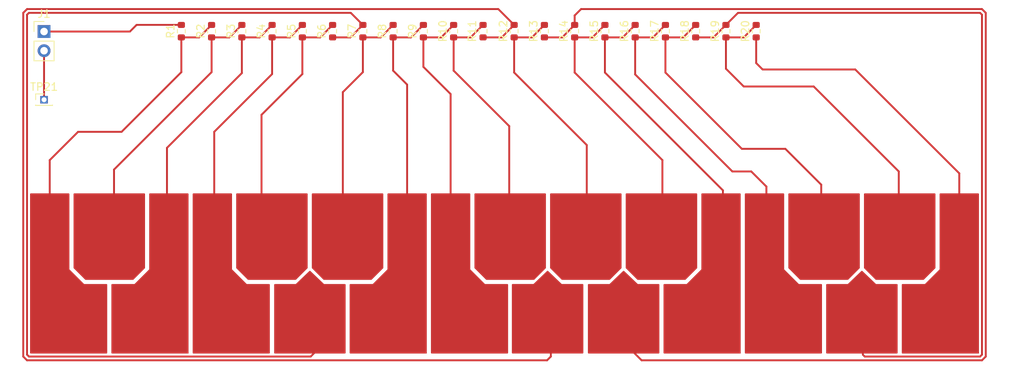
<source format=kicad_pcb>
(kicad_pcb (version 20211014) (generator pcbnew)
  (layers (0 "F.Cu" signal) (31 "B.Cu" signal) (34 "B.Paste" user) (35 "F.Paste" user) (36 "B.SilkS" user "B.Silkscreen") (37 "F.SilkS" user "F.Silkscreen") (38 "B.Mask" user) (39 "F.Mask" user) (44 "Edge.Cuts" user))
  (net 0 "")
  (net 1 "Net-(R1-Pad2)")
  (net 2 "Net-(TP21-Pad1)")
  (net 3 "Net-(TP1-Pad1)")
  (net 4 "Net-(TP2-Pad1)")
  (net 5 "Net-(TP3-Pad1)")
  (net 6 "Net-(TP4-Pad1)")
  (net 7 "Net-(TP5-Pad1)")
  (net 8 "Net-(TP6-Pad1)")
  (net 9 "Net-(TP7-Pad1)")
  (net 10 "Net-(TP8-Pad1)")
  (net 11 "Net-(TP9-Pad1)")
  (net 12 "Net-(TP10-Pad1)")
  (net 13 "Net-(TP11-Pad1)")
  (net 14 "Net-(TP12-Pad1)")
  (net 15 "Net-(TP13-Pad1)")
  (net 16 "Net-(TP14-Pad1)")
  (net 17 "Net-(TP15-Pad1)")
  (net 18 "Net-(TP16-Pad1)")
  (net 19 "Net-(TP17-Pad1)")
  (net 20 "Net-(TP18-Pad1)")
  (net 21 "Net-(TP19-Pad1)")
  (net 22 "Net-(TP20-Pad1)")
  (footprint "Connector_PinHeader_2.54mm:PinHeader_1x02_P2.54mm_Vertical" (layer "F.Cu") (at 93 79.475)
    (fp_text reference "J1" (at 0 -2.33) (layer "F.SilkS"))
    (fp_text value "Conn_01x02")
    (fp_line (start -1.33 -1.33) (end 0 -1.33) (layer "F.SilkS") (width 0.12))
    (fp_line (start -1.33 1.27) (end -1.33 3.87) (layer "F.SilkS") (width 0.12))
    (fp_line (start -1.33 3.87) (end 1.33 3.87) (layer "F.SilkS") (width 0.12))
    (fp_line (start -1.33 0) (end -1.33 -1.33) (layer "F.SilkS") (width 0.12))
    (fp_line (start -1.33 1.27) (end 1.33 1.27) (layer "F.SilkS") (width 0.12))
    (fp_line (start 1.33 1.27) (end 1.33 3.87) (layer "F.SilkS") (width 0.12))
    (pad "1" thru_hole rect (at 0 0) (size 1.7 1.7) (drill 1) (layers *.Cu *.Mask) (net 1 "Net-(R1-Pad2)"))
    (pad "2" thru_hole oval (at 0 2.54) (size 1.7 1.7) (drill 1) (layers *.Cu *.Mask) (net 2 "Net-(TP21-Pad1)"))
  )
  (footprint "Resistor_SMD:R_0603_1608Metric" (layer "F.Cu") (at 163.15 79.425 90)
    (fp_text reference "R14" (at 0 -1.43 90) (layer "F.SilkS"))
    (fp_text value "R")
    (fp_line (start -0.237258 0.5225) (end 0.237258 0.5225) (layer "F.SilkS") (width 0.12))
    (fp_line (start -0.237258 -0.5225) (end 0.237258 -0.5225) (layer "F.SilkS") (width 0.12))
    (pad "1" smd roundrect (at -0.825 0 90) (size 0.8 0.95) (layers "F.Cu" "F.Paste" "F.Mask") (net 16 "Net-(TP14-Pad1)"))
    (pad "2" smd roundrect (at 0.825 0 90) (size 0.8 0.95) (layers "F.Cu" "F.Paste" "F.Mask") (net 15 "Net-(TP13-Pad1)"))
  )
  (footprint "stylo:Right" (layer "F.Cu") (at 138.5 110.5)
    (fp_text reference "" (at 0 -0.5 unlocked) (layer "F.SilkS"))
    (fp_text value "5" hide)
    (fp_poly (pts (xy 5 11.5) (xy -5 11.5) (xy -5 2.5) (xy -2 2.5) (xy 0 0.5) (xy 0 -9.5) (xy 5 -9.5)) (layer "F.Cu") (width 0.1) (fill none))
    (fp_poly (pts (xy 5 11.5) (xy -5 11.5) (xy -5 2.5) (xy -2 2.5) (xy 0 0.5) (xy 0 -9.5) (xy 5 -9.5)) (layer "F.Cu") (width 0.1) (fill none))
    (fp_poly (pts (xy 5 11.5) (xy -5 11.5) (xy -5 2.5) (xy -2 2.5) (xy 0 0.5) (xy 0 -9.5) (xy 5 -9.5)) (layer "F.Cu") (width 0.2) (fill solid))
  )
  (footprint "stylo:Top" (layer "F.Cu") (at 175 106.75)
    (fp_text reference "" (at 0 -0.5 unlocked) (layer "F.SilkS"))
    (fp_text value "8,5")
    (fp_poly (pts (xy 4.25 4) (xy 2.75 5.5) (xy -3.5 5.5) (xy -5 4) (xy -5 -5.75) (xy 4.25 -5.75)) (layer "F.Cu") (width 0.2) (fill solid))
  )
  (footprint "stylo:Top" (layer "F.Cu") (at 102 106.75)
    (fp_text reference "" (at 0 -0.5 unlocked) (layer "F.SilkS"))
    (fp_text value "1,5")
    (fp_poly (pts (xy 4.25 4) (xy 2.75 5.5) (xy -3.5 5.5) (xy -5 4) (xy -5 -5.75) (xy 4.25 -5.75)) (layer "F.Cu") (width 0.2) (fill solid))
  )
  (footprint "Resistor_SMD:R_0603_1608Metric" (layer "F.Cu") (at 175.15 79.425 90)
    (fp_text reference "R17" (at 0 -1.43 90) (layer "F.SilkS"))
    (fp_text value "R")
    (fp_line (start -0.237258 -0.5225) (end 0.237258 -0.5225) (layer "F.SilkS") (width 0.12))
    (fp_line (start -0.237258 0.5225) (end 0.237258 0.5225) (layer "F.SilkS") (width 0.12))
    (pad "1" smd roundrect (at -0.825 0 90) (size 0.8 0.95) (layers "F.Cu" "F.Paste" "F.Mask") (net 19 "Net-(TP17-Pad1)"))
    (pad "2" smd roundrect (at 0.825 0 90) (size 0.8 0.95) (layers "F.Cu" "F.Paste" "F.Mask") (net 18 "Net-(TP16-Pad1)"))
  )
  (footprint "stylo:Right" (layer "F.Cu") (at 180 110.5)
    (fp_text reference "" (at 0 -0.5 unlocked) (layer "F.SilkS"))
    (fp_text value "9" hide)
    (fp_poly (pts (xy 5 11.5) (xy -5 11.5) (xy -5 2.5) (xy -2 2.5) (xy 0 0.5) (xy 0 -9.5) (xy 5 -9.5)) (layer "F.Cu") (width 0.1) (fill none))
    (fp_poly (pts (xy 5 11.5) (xy -5 11.5) (xy -5 2.5) (xy -2 2.5) (xy 0 0.5) (xy 0 -9.5) (xy 5 -9.5)) (layer "F.Cu") (width 0.1) (fill none))
    (fp_poly (pts (xy 5 11.5) (xy -5 11.5) (xy -5 2.5) (xy -2 2.5) (xy 0 0.5) (xy 0 -9.5) (xy 5 -9.5)) (layer "F.Cu") (width 0.2) (fill solid))
  )
  (footprint "Resistor_SMD:R_0603_1608Metric" (layer "F.Cu") (at 131.15 79.425 90)
    (fp_text reference "R6" (at 0 -1.43 90) (layer "F.SilkS"))
    (fp_text value "R")
    (fp_line (start -0.237258 0.5225) (end 0.237258 0.5225) (layer "F.SilkS") (width 0.12))
    (fp_line (start -0.237258 -0.5225) (end 0.237258 -0.5225) (layer "F.SilkS") (width 0.12))
    (pad "1" smd roundrect (at -0.825 0 90) (size 0.8 0.95) (layers "F.Cu" "F.Paste" "F.Mask") (net 8 "Net-(TP6-Pad1)"))
    (pad "2" smd roundrect (at 0.825 0 90) (size 0.8 0.95) (layers "F.Cu" "F.Paste" "F.Mask") (net 7 "Net-(TP5-Pad1)"))
  )
  (footprint "Resistor_SMD:R_0603_1608Metric" (layer "F.Cu") (at 119.15 79.425 90)
    (fp_text reference "R3" (at 0 -1.43 90) (layer "F.SilkS"))
    (fp_text value "R")
    (fp_line (start -0.237258 0.5225) (end 0.237258 0.5225) (layer "F.SilkS") (width 0.12))
    (fp_line (start -0.237258 -0.5225) (end 0.237258 -0.5225) (layer "F.SilkS") (width 0.12))
    (pad "1" smd roundrect (at -0.825 0 90) (size 0.8 0.95) (layers "F.Cu" "F.Paste" "F.Mask") (net 5 "Net-(TP3-Pad1)"))
    (pad "2" smd roundrect (at 0.825 0 90) (size 0.8 0.95) (layers "F.Cu" "F.Paste" "F.Mask") (net 4 "Net-(TP2-Pad1)"))
  )
  (footprint "stylo:Top" (layer "F.Cu") (at 133.5 106.75)
    (fp_text reference "" (at 0 -0.5 unlocked) (layer "F.SilkS"))
    (fp_text value "4,5")
    (fp_poly (pts (xy 4.25 4) (xy 2.75 5.5) (xy -3.5 5.5) (xy -5 4) (xy -5 -5.75) (xy 4.25 -5.75)) (layer "F.Cu") (width 0.2) (fill solid))
  )
  (footprint "stylo:Left" (layer "F.Cu") (at 96.25 110.5)
    (fp_text reference "" (at 0 -0.5 unlocked) (layer "F.SilkS"))
    (fp_text value "1")
    (fp_poly (pts (xy 0 0.5) (xy 2 2.5) (xy 5 2.5) (xy 5 11.5) (xy -5 11.5) (xy -5 -9.5) (xy 0 -9.5)) (layer "F.Cu") (width 0.2) (fill solid))
  )
  (footprint "Resistor_SMD:R_0603_1608Metric" (layer "F.Cu") (at 183.15 79.425 90)
    (fp_text reference "R19" (at 0 -1.43 90) (layer "F.SilkS"))
    (fp_text value "R")
    (fp_line (start -0.237258 0.5225) (end 0.237258 0.5225) (layer "F.SilkS") (width 0.12))
    (fp_line (start -0.237258 -0.5225) (end 0.237258 -0.5225) (layer "F.SilkS") (width 0.12))
    (pad "1" smd roundrect (at -0.825 0 90) (size 0.8 0.95) (layers "F.Cu" "F.Paste" "F.Mask") (net 21 "Net-(TP19-Pad1)"))
    (pad "2" smd roundrect (at 0.825 0 90) (size 0.8 0.95) (layers "F.Cu" "F.Paste" "F.Mask") (net 20 "Net-(TP18-Pad1)"))
  )
  (footprint "stylo:Left" (layer "F.Cu") (at 149.25 110.5)
    (fp_text reference "" (at 0 -0.5 unlocked) (layer "F.SilkS"))
    (fp_text value "6")
    (fp_poly (pts (xy 0 0.5) (xy 2 2.5) (xy 5 2.5) (xy 5 11.5) (xy -5 11.5) (xy -5 -9.5) (xy 0 -9.5)) (layer "F.Cu") (width 0.2) (fill solid))
  )
  (footprint "Resistor_SMD:R_0603_1608Metric" (layer "F.Cu") (at 123.15 79.425 90)
    (fp_text reference "R4" (at 0 -1.43 90) (layer "F.SilkS"))
    (fp_text value "R")
    (fp_line (start -0.237258 0.5225) (end 0.237258 0.5225) (layer "F.SilkS") (width 0.12))
    (fp_line (start -0.237258 -0.5225) (end 0.237258 -0.5225) (layer "F.SilkS") (width 0.12))
    (pad "1" smd roundrect (at -0.825 0 90) (size 0.8 0.95) (layers "F.Cu" "F.Paste" "F.Mask") (net 6 "Net-(TP4-Pad1)"))
    (pad "2" smd roundrect (at 0.825 0 90) (size 0.8 0.95) (layers "F.Cu" "F.Paste" "F.Mask") (net 5 "Net-(TP3-Pad1)"))
  )
  (footprint "Resistor_SMD:R_0603_1608Metric" (layer "F.Cu") (at 179.15 79.425 90)
    (fp_text reference "R18" (at 0 -1.43 90) (layer "F.SilkS"))
    (fp_text value "R")
    (fp_line (start -0.237258 0.5225) (end 0.237258 0.5225) (layer "F.SilkS") (width 0.12))
    (fp_line (start -0.237258 -0.5225) (end 0.237258 -0.5225) (layer "F.SilkS") (width 0.12))
    (pad "1" smd roundrect (at -0.825 0 90) (size 0.8 0.95) (layers "F.Cu" "F.Paste" "F.Mask") (net 20 "Net-(TP18-Pad1)"))
    (pad "2" smd roundrect (at 0.825 0 90) (size 0.8 0.95) (layers "F.Cu" "F.Paste" "F.Mask") (net 19 "Net-(TP17-Pad1)"))
  )
  (footprint "Resistor_SMD:R_0603_1608Metric" (layer "F.Cu") (at 159.15 79.425 90)
    (fp_text reference "R13" (at 0 -1.43 90) (layer "F.SilkS"))
    (fp_text value "R")
    (fp_line (start -0.237258 0.5225) (end 0.237258 0.5225) (layer "F.SilkS") (width 0.12))
    (fp_line (start -0.237258 -0.5225) (end 0.237258 -0.5225) (layer "F.SilkS") (width 0.12))
    (pad "1" smd roundrect (at -0.825 0 90) (size 0.8 0.95) (layers "F.Cu" "F.Paste" "F.Mask") (net 15 "Net-(TP13-Pad1)"))
    (pad "2" smd roundrect (at 0.825 0 90) (size 0.8 0.95) (layers "F.Cu" "F.Paste" "F.Mask") (net 14 "Net-(TP12-Pad1)"))
  )
  (footprint "stylo:Right" (layer "F.Cu") (at 211.5 110.5)
    (fp_text reference "" (at 0 -0.5 unlocked) (layer "F.SilkS"))
    (fp_text value "12" hide)
    (fp_poly (pts (xy 5 11.5) (xy -5 11.5) (xy -5 2.5) (xy -2 2.5) (xy 0 0.5) (xy 0 -9.5) (xy 5 -9.5)) (layer "F.Cu") (width 0.1) (fill none))
    (fp_poly (pts (xy 5 11.5) (xy -5 11.5) (xy -5 2.5) (xy -2 2.5) (xy 0 0.5) (xy 0 -9.5) (xy 5 -9.5)) (layer "F.Cu") (width 0.1) (fill none))
    (fp_poly (pts (xy 5 11.5) (xy -5 11.5) (xy -5 2.5) (xy -2 2.5) (xy 0 0.5) (xy 0 -9.5) (xy 5 -9.5)) (layer "F.Cu") (width 0.2) (fill solid))
  )
  (footprint "stylo:Bottom" (layer "F.Cu") (at 201.25 118)
    (fp_text reference "" (at 0 -0.5 unlocked) (layer "F.SilkS"))
    (fp_text value "11")
    (fp_poly (pts (xy -1.95 -5) (xy -0.125 -6.75) (xy 1.7 -5) (xy 4.5 -5) (xy 4.5 4) (xy -4.75 4) (xy -4.75 -5)) (layer "F.Cu") (width 0.2) (fill solid))
  )
  (footprint "Connector_PinHeader_1.27mm:PinHeader_1x01_P1.27mm_Vertical" (layer "F.Cu") (at 93 88.5)
    (fp_text reference "TP21" (at 0 -1.695) (layer "F.SilkS"))
    (fp_text value "Stylo")
    (fp_line (start -1.11 0.76) (end 1.11 0.76) (layer "F.SilkS") (width 0.12))
    (fp_line (start -1.11 0.76) (end -0.563471 0.76) (layer "F.SilkS") (width 0.12))
    (fp_line (start 0.563471 0.76) (end 1.11 0.76) (layer "F.SilkS") (width 0.12))
    (fp_line (start -1.11 0.76) (end -1.11 0.695) (layer "F.SilkS") (width 0.12))
    (fp_line (start -1.11 -0.76) (end 0 -0.76) (layer "F.SilkS") (width 0.12))
    (fp_line (start -1.11 0) (end -1.11 -0.76) (layer "F.SilkS") (width 0.12))
    (fp_line (start 1.11 0.76) (end 1.11 0.695) (layer "F.SilkS") (width 0.12))
    (pad "1" thru_hole rect (at 0 0) (size 1 1) (drill 0.65) (layers *.Cu *.Mask) (net 2 "Net-(TP21-Pad1)"))
  )
  (footprint "Resistor_SMD:R_0603_1608Metric" (layer "F.Cu") (at 143.15 79.425 90)
    (fp_text reference "R9" (at 0 -1.43 90) (layer "F.SilkS"))
    (fp_text value "R")
    (fp_line (start -0.237258 -0.5225) (end 0.237258 -0.5225) (layer "F.SilkS") (width 0.12))
    (fp_line (start -0.237258 0.5225) (end 0.237258 0.5225) (layer "F.SilkS") (width 0.12))
    (pad "1" smd roundrect (at -0.825 0 90) (size 0.8 0.95) (layers "F.Cu" "F.Paste" "F.Mask") (net 11 "Net-(TP9-Pad1)"))
    (pad "2" smd roundrect (at 0.825 0 90) (size 0.8 0.95) (layers "F.Cu" "F.Paste" "F.Mask") (net 10 "Net-(TP8-Pad1)"))
  )
  (footprint "stylo:Bottom" (layer "F.Cu") (at 159.697464 117.99642)
    (fp_text reference "" (at 0 -0.5 unlocked) (layer "F.SilkS"))
    (fp_text value "7")
    (fp_poly (pts (xy -1.95 -5) (xy -0.125 -6.75) (xy 1.7 -5) (xy 4.5 -5) (xy 4.5 4) (xy -4.75 4) (xy -4.75 -5)) (layer "F.Cu") (width 0.2) (fill solid))
  )
  (footprint "stylo:Right" (layer "F.Cu") (at 107 110.5)
    (fp_text reference "" (at 0 -0.5 unlocked) (layer "F.SilkS"))
    (fp_text value "2" hide)
    (fp_poly (pts (xy 5 11.5) (xy -5 11.5) (xy -5 2.5) (xy -2 2.5) (xy 0 0.5) (xy 0 -9.5) (xy 5 -9.5)) (layer "F.Cu") (width 0.1) (fill none))
    (fp_poly (pts (xy 5 11.5) (xy -5 11.5) (xy -5 2.5) (xy -2 2.5) (xy 0 0.5) (xy 0 -9.5) (xy 5 -9.5)) (layer "F.Cu") (width 0.1) (fill none))
    (fp_poly (pts (xy 5 11.5) (xy -5 11.5) (xy -5 2.5) (xy -2 2.5) (xy 0 0.5) (xy 0 -9.5) (xy 5 -9.5)) (layer "F.Cu") (width 0.2) (fill solid))
  )
  (footprint "stylo:Top" (layer "F.Cu") (at 155 106.75)
    (fp_text reference "" (at 0 -0.5 unlocked) (layer "F.SilkS"))
    (fp_text value "6,5")
    (fp_poly (pts (xy 4.25 4) (xy 2.75 5.5) (xy -3.5 5.5) (xy -5 4) (xy -5 -5.75) (xy 4.25 -5.75)) (layer "F.Cu") (width 0.2) (fill solid))
  )
  (footprint "stylo:Top" (layer "F.Cu") (at 165 106.75)
    (fp_text reference "" (at 0 -0.5 unlocked) (layer "F.SilkS"))
    (fp_text value "7,5")
    (fp_poly (pts (xy 4.25 4) (xy 2.75 5.5) (xy -3.5 5.5) (xy -5 4) (xy -5 -5.75) (xy 4.25 -5.75)) (layer "F.Cu") (width 0.2) (fill solid))
  )
  (footprint "Resistor_SMD:R_0603_1608Metric" (layer "F.Cu") (at 147.15 79.425 90)
    (fp_text reference "R10" (at 0 -1.43 90) (layer "F.SilkS"))
    (fp_text value "R")
    (fp_line (start -0.237258 0.5225) (end 0.237258 0.5225) (layer "F.SilkS") (width 0.12))
    (fp_line (start -0.237258 -0.5225) (end 0.237258 -0.5225) (layer "F.SilkS") (width 0.12))
    (pad "1" smd roundrect (at -0.825 0 90) (size 0.8 0.95) (layers "F.Cu" "F.Paste" "F.Mask") (net 12 "Net-(TP10-Pad1)"))
    (pad "2" smd roundrect (at 0.825 0 90) (size 0.8 0.95) (layers "F.Cu" "F.Paste" "F.Mask") (net 11 "Net-(TP9-Pad1)"))
  )
  (footprint "Resistor_SMD:R_0603_1608Metric" (layer "F.Cu") (at 135.15 79.425 90)
    (fp_text reference "R7" (at 0 -1.43 90) (layer "F.SilkS"))
    (fp_text value "R")
    (fp_line (start -0.237258 0.5225) (end 0.237258 0.5225) (layer "F.SilkS") (width 0.12))
    (fp_line (start -0.237258 -0.5225) (end 0.237258 -0.5225) (layer "F.SilkS") (width 0.12))
    (pad "1" smd roundrect (at -0.825 0 90) (size 0.8 0.95) (layers "F.Cu" "F.Paste" "F.Mask") (net 9 "Net-(TP7-Pad1)"))
    (pad "2" smd roundrect (at 0.825 0 90) (size 0.8 0.95) (layers "F.Cu" "F.Paste" "F.Mask") (net 8 "Net-(TP6-Pad1)"))
  )
  (footprint "Resistor_SMD:R_0603_1608Metric" (layer "F.Cu") (at 111.15 79.425 90)
    (fp_text reference "R1" (at 0 -1.43 90) (layer "F.SilkS"))
    (fp_text value "R")
    (fp_line (start -0.237258 0.5225) (end 0.237258 0.5225) (layer "F.SilkS") (width 0.12))
    (fp_line (start -0.237258 -0.5225) (end 0.237258 -0.5225) (layer "F.SilkS") (width 0.12))
    (pad "1" smd roundrect (at -0.825 0 90) (size 0.8 0.95) (layers "F.Cu" "F.Paste" "F.Mask") (net 3 "Net-(TP1-Pad1)"))
    (pad "2" smd roundrect (at 0.825 0 90) (size 0.8 0.95) (layers "F.Cu" "F.Paste" "F.Mask") (net 1 "Net-(R1-Pad2)"))
  )
  (footprint "Resistor_SMD:R_0603_1608Metric" (layer "F.Cu") (at 115.15 79.425 90)
    (fp_text reference "R2" (at 0 -1.43 90) (layer "F.SilkS"))
    (fp_text value "R")
    (fp_line (start -0.237258 0.5225) (end 0.237258 0.5225) (layer "F.SilkS") (width 0.12))
    (fp_line (start -0.237258 -0.5225) (end 0.237258 -0.5225) (layer "F.SilkS") (width 0.12))
    (pad "1" smd roundrect (at -0.825 0 90) (size 0.8 0.95) (layers "F.Cu" "F.Paste" "F.Mask") (net 4 "Net-(TP2-Pad1)"))
    (pad "2" smd roundrect (at 0.825 0 90) (size 0.8 0.95) (layers "F.Cu" "F.Paste" "F.Mask") (net 3 "Net-(TP1-Pad1)"))
  )
  (footprint "Resistor_SMD:R_0603_1608Metric" (layer "F.Cu") (at 171.15 79.425 90)
    (fp_text reference "R16" (at 0 -1.43 90) (layer "F.SilkS"))
    (fp_text value "R")
    (fp_line (start -0.237258 -0.5225) (end 0.237258 -0.5225) (layer "F.SilkS") (width 0.12))
    (fp_line (start -0.237258 0.5225) (end 0.237258 0.5225) (layer "F.SilkS") (width 0.12))
    (pad "1" smd roundrect (at -0.825 0 90) (size 0.8 0.95) (layers "F.Cu" "F.Paste" "F.Mask") (net 18 "Net-(TP16-Pad1)"))
    (pad "2" smd roundrect (at 0.825 0 90) (size 0.8 0.95) (layers "F.Cu" "F.Paste" "F.Mask") (net 17 "Net-(TP15-Pad1)"))
  )
  (footprint "stylo:Bottom" (layer "F.Cu") (at 169.75 118)
    (fp_text reference "" (at 0 -0.5 unlocked) (layer "F.SilkS"))
    (fp_text value "8")
    (fp_poly (pts (xy -1.95 -5) (xy -0.125 -6.75) (xy 1.7 -5) (xy 4.5 -5) (xy 4.5 4) (xy -4.75 4) (xy -4.75 -5)) (layer "F.Cu") (width 0.2) (fill solid))
  )
  (footprint "stylo:Left" (layer "F.Cu") (at 117.75 110.5)
    (fp_text reference "" (at 0 -0.5 unlocked) (layer "F.SilkS"))
    (fp_text value "3")
    (fp_poly (pts (xy 0 0.5) (xy 2 2.5) (xy 5 2.5) (xy 5 11.5) (xy -5 11.5) (xy -5 -9.5) (xy 0 -9.5)) (layer "F.Cu") (width 0.2) (fill solid))
  )
  (footprint "stylo:Top" (layer "F.Cu") (at 123.5 106.75)
    (fp_text reference "" (at 0 -0.5 unlocked) (layer "F.SilkS"))
    (fp_text value "3,5")
    (fp_poly (pts (xy 4.25 4) (xy 2.75 5.5) (xy -3.5 5.5) (xy -5 4) (xy -5 -5.75) (xy 4.25 -5.75)) (layer "F.Cu") (width 0.2) (fill solid))
  )
  (footprint "Resistor_SMD:R_0603_1608Metric" (layer "F.Cu") (at 151.04 79.425 90)
    (fp_text reference "R11" (at 0 -1.43 90) (layer "F.SilkS"))
    (fp_text value "R")
    (fp_line (start -0.237258 0.5225) (end 0.237258 0.5225) (layer "F.SilkS") (width 0.12))
    (fp_line (start -0.237258 -0.5225) (end 0.237258 -0.5225) (layer "F.SilkS") (width 0.12))
    (pad "1" smd roundrect (at -0.825 0 90) (size 0.8 0.95) (layers "F.Cu" "F.Paste" "F.Mask") (net 13 "Net-(TP11-Pad1)"))
    (pad "2" smd roundrect (at 0.825 0 90) (size 0.8 0.95) (layers "F.Cu" "F.Paste" "F.Mask") (net 12 "Net-(TP10-Pad1)"))
  )
  (footprint "Resistor_SMD:R_0603_1608Metric" (layer "F.Cu") (at 187.15 79.425 90)
    (fp_text reference "R20" (at 0 -1.43 90) (layer "F.SilkS"))
    (fp_text value "R")
    (fp_line (start -0.237258 0.5225) (end 0.237258 0.5225) (layer "F.SilkS") (width 0.12))
    (fp_line (start -0.237258 -0.5225) (end 0.237258 -0.5225) (layer "F.SilkS") (width 0.12))
    (pad "1" smd roundrect (at -0.825 0 90) (size 0.8 0.95) (layers "F.Cu" "F.Paste" "F.Mask") (net 22 "Net-(TP20-Pad1)"))
    (pad "2" smd roundrect (at 0.825 0 90) (size 0.8 0.95) (layers "F.Cu" "F.Paste" "F.Mask") (net 21 "Net-(TP19-Pad1)"))
  )
  (footprint "stylo:Top" (layer "F.Cu") (at 196.5 106.75)
    (fp_text reference "" (at 0 -0.5 unlocked) (layer "F.SilkS"))
    (fp_text value "10,5")
    (fp_poly (pts (xy 4.25 4) (xy 2.75 5.5) (xy -3.5 5.5) (xy -5 4) (xy -5 -5.75) (xy 4.25 -5.75)) (layer "F.Cu") (width 0.2) (fill solid))
  )
  (footprint "Resistor_SMD:R_0603_1608Metric" (layer "F.Cu") (at 155.15 79.425 90)
    (fp_text reference "R12" (at 0 -1.43 90) (layer "F.SilkS"))
    (fp_text value "R")
    (fp_line (start -0.237258 0.5225) (end 0.237258 0.5225) (layer "F.SilkS") (width 0.12))
    (fp_line (start -0.237258 -0.5225) (end 0.237258 -0.5225) (layer "F.SilkS") (width 0.12))
    (pad "1" smd roundrect (at -0.825 0 90) (size 0.8 0.95) (layers "F.Cu" "F.Paste" "F.Mask") (net 14 "Net-(TP12-Pad1)"))
    (pad "2" smd roundrect (at 0.825 0 90) (size 0.8 0.95) (layers "F.Cu" "F.Paste" "F.Mask") (net 13 "Net-(TP11-Pad1)"))
  )
  (footprint "Resistor_SMD:R_0603_1608Metric" (layer "F.Cu") (at 167.15 79.425 90)
    (fp_text reference "R15" (at 0 -1.43 90) (layer "F.SilkS"))
    (fp_text value "R")
    (fp_line (start -0.237258 0.5225) (end 0.237258 0.5225) (layer "F.SilkS") (width 0.12))
    (fp_line (start -0.237258 -0.5225) (end 0.237258 -0.5225) (layer "F.SilkS") (width 0.12))
    (pad "1" smd roundrect (at -0.825 0 90) (size 0.8 0.95) (layers "F.Cu" "F.Paste" "F.Mask") (net 17 "Net-(TP15-Pad1)"))
    (pad "2" smd roundrect (at 0.825 0 90) (size 0.8 0.95) (layers "F.Cu" "F.Paste" "F.Mask") (net 16 "Net-(TP14-Pad1)"))
  )
  (footprint "Resistor_SMD:R_0603_1608Metric" (layer "F.Cu") (at 139.15 79.425 90)
    (fp_text reference "R8" (at 0 -1.43 90) (layer "F.SilkS"))
    (fp_text value "R")
    (fp_line (start -0.237258 0.5225) (end 0.237258 0.5225) (layer "F.SilkS") (width 0.12))
    (fp_line (start -0.237258 -0.5225) (end 0.237258 -0.5225) (layer "F.SilkS") (width 0.12))
    (pad "1" smd roundrect (at -0.825 0 90) (size 0.8 0.95) (layers "F.Cu" "F.Paste" "F.Mask") (net 10 "Net-(TP8-Pad1)"))
    (pad "2" smd roundrect (at 0.825 0 90) (size 0.8 0.95) (layers "F.Cu" "F.Paste" "F.Mask") (net 9 "Net-(TP7-Pad1)"))
  )
  (footprint "stylo:Left" (layer "F.Cu") (at 190.75 110.5)
    (fp_text reference "" (at 0 -0.5 unlocked) (layer "F.SilkS"))
    (fp_text value "10")
    (fp_poly (pts (xy 0 0.5) (xy 2 2.5) (xy 5 2.5) (xy 5 11.5) (xy -5 11.5) (xy -5 -9.5) (xy 0 -9.5)) (layer "F.Cu") (width 0.2) (fill solid))
  )
  (footprint "stylo:Top" (layer "F.Cu") (at 206.5 106.75)
    (fp_text reference "" (at 0 -0.5 unlocked) (layer "F.SilkS"))
    (fp_text value "11,5")
    (fp_poly (pts (xy 4.25 4) (xy 2.75 5.5) (xy -3.5 5.5) (xy -5 4) (xy -5 -5.75) (xy 4.25 -5.75)) (layer "F.Cu") (width 0.2) (fill solid))
  )
  (footprint "stylo:Bottom" (layer "F.Cu") (at 128.271059 118)
    (fp_text reference "" (at 0 -0.5 unlocked) (layer "F.SilkS"))
    (fp_text value "4")
    (fp_poly (pts (xy -1.95 -5) (xy -0.125 -6.75) (xy 1.7 -5) (xy 4.5 -5) (xy 4.5 4) (xy -4.75 4) (xy -4.75 -5)) (layer "F.Cu") (width 0.2) (fill solid))
  )
  (footprint "Resistor_SMD:R_0603_1608Metric" (layer "F.Cu") (at 127.15 79.425 90)
    (fp_text reference "R5" (at 0 -1.43 90) (layer "F.SilkS"))
    (fp_text value "R")
    (fp_line (start -0.237258 -0.5225) (end 0.237258 -0.5225) (layer "F.SilkS") (width 0.12))
    (fp_line (start -0.237258 0.5225) (end 0.237258 0.5225) (layer "F.SilkS") (width 0.12))
    (pad "1" smd roundrect (at -0.825 0 90) (size 0.8 0.95) (layers "F.Cu" "F.Paste" "F.Mask") (net 7 "Net-(TP5-Pad1)"))
    (pad "2" smd roundrect (at 0.825 0 90) (size 0.8 0.95) (layers "F.Cu" "F.Paste" "F.Mask") (net 6 "Net-(TP4-Pad1)"))
  )
  (segment (start 105.234629 78.592588) (end 111.142588 78.592588) (width 0.25) (layer "F.Cu") (net 1))
  (segment (start 104.352217 79.475) (end 105.234629 78.592588) (width 0.25) (layer "F.Cu") (net 1))
  (segment (start 93 79.475) (end 104.352217 79.475) (width 0.25) (layer "F.Cu") (net 1))
  (segment (start 111.142588 78.592588) (end 111.15 78.6) (width 0.25) (layer "F.Cu") (net 1))
  (segment (start 93 88.5) (end 93 82.015) (width 0.25) (layer "F.Cu") (net 2))
  (segment (start 113.5 80.25) (end 115.15 78.6) (width 0.25) (layer "F.Cu") (net 3))
  (segment (start 111.15 80.25) (end 111.15 84.85) (width 0.25) (layer "F.Cu") (net 3))
  (segment (start 97.5 92.75) (end 93.75 96.5) (width 0.25) (layer "F.Cu") (net 3))
  (segment (start 93.75 96.5) (end 93.75 103) (width 0.25) (layer "F.Cu") (net 3))
  (segment (start 93.75 103) (end 94 102.75) (width 0.25) (layer "F.Cu") (net 3))
  (segment (start 103.25 92.75) (end 97.5 92.75) (width 0.25) (layer "F.Cu") (net 3))
  (segment (start 111.15 84.85) (end 103.25 92.75) (width 0.25) (layer "F.Cu") (net 3))
  (segment (start 111.15 80.25) (end 113.5 80.25) (width 0.25) (layer "F.Cu") (net 3))
  (segment (start 102.25 97.75) (end 102.25 105.75) (width 0.25) (layer "F.Cu") (net 4))
  (segment (start 117.5 80.25) (end 119.15 78.6) (width 0.25) (layer "F.Cu") (net 4))
  (segment (start 115.15 84.85) (end 102.25 97.75) (width 0.25) (layer "F.Cu") (net 4))
  (segment (start 115.15 80.25) (end 115.15 84.85) (width 0.25) (layer "F.Cu") (net 4))
  (segment (start 115.15 80.25) (end 117.5 80.25) (width 0.25) (layer "F.Cu") (net 4))
  (segment (start 121.5 80.25) (end 123.15 78.6) (width 0.25) (layer "F.Cu") (net 5))
  (segment (start 119.15 84.975) (end 109.25 94.875) (width 0.25) (layer "F.Cu") (net 5))
  (segment (start 119.15 80.25) (end 121.5 80.25) (width 0.25) (layer "F.Cu") (net 5))
  (segment (start 109.25 94.875) (end 109.25 104.25) (width 0.25) (layer "F.Cu") (net 5))
  (segment (start 119.15 80.25) (end 119.15 84.975) (width 0.25) (layer "F.Cu") (net 5))
  (segment (start 125.5 80.25) (end 127.15 78.6) (width 0.25) (layer "F.Cu") (net 6))
  (segment (start 123.15 80.25) (end 123.15 85.1) (width 0.25) (layer "F.Cu") (net 6))
  (segment (start 123.15 85.1) (end 115.5 92.75) (width 0.25) (layer "F.Cu") (net 6))
  (segment (start 123.15 80.25) (end 125.5 80.25) (width 0.25) (layer "F.Cu") (net 6))
  (segment (start 115.5 92.75) (end 115.5 103) (width 0.25) (layer "F.Cu") (net 6))
  (segment (start 122.5 104.25) (end 122.25 104.25) (width 0.25) (layer "F.Cu") (net 7))
  (segment (start 121.75 103.5) (end 122.5 104.25) (width 0.25) (layer "F.Cu") (net 7))
  (segment (start 121.75 90.5) (end 121.75 103.5) (width 0.25) (layer "F.Cu") (net 7))
  (segment (start 127.15 80.25) (end 127.15 85.1) (width 0.25) (layer "F.Cu") (net 7))
  (segment (start 129.5 80.25) (end 131.15 78.6) (width 0.25) (layer "F.Cu") (net 7))
  (segment (start 127.15 85.1) (end 121.75 90.5) (width 0.25) (layer "F.Cu") (net 7))
  (segment (start 127.15 80.25) (end 129.5 80.25) (width 0.25) (layer "F.Cu") (net 7))
  (segment (start 91 122.5) (end 128.25 122.5) (width 0.25) (layer "F.Cu") (net 8))
  (segment (start 131.15 80.25) (end 133.5 80.25) (width 0.25) (layer "F.Cu") (net 8))
  (segment (start 133.5 80.25) (end 135.15 78.6) (width 0.25) (layer "F.Cu") (net 8))
  (segment (start 90.75 77.25) (end 90.75 122.25) (width 0.25) (layer "F.Cu") (net 8))
  (segment (start 128.25 122.5) (end 129.5 121.25) (width 0.25) (layer "F.Cu") (net 8))
  (segment (start 90.75 122.25) (end 91 122.5) (width 0.25) (layer "F.Cu") (net 8))
  (segment (start 91 77) (end 90.75 77.25) (width 0.25) (layer "F.Cu") (net 8))
  (segment (start 133.55 77) (end 91 77) (width 0.25) (layer "F.Cu") (net 8))
  (segment (start 135.15 78.6) (end 133.55 77) (width 0.25) (layer "F.Cu") (net 8))
  (segment (start 135.15 80.25) (end 137.5 80.25) (width 0.25) (layer "F.Cu") (net 9))
  (segment (start 137.5 80.25) (end 139.15 78.6) (width 0.25) (layer "F.Cu") (net 9))
  (segment (start 132.5 87.5) (end 132.5 102.75) (width 0.25) (layer "F.Cu") (net 9))
  (segment (start 135.15 84.85) (end 132.5 87.5) (width 0.25) (layer "F.Cu") (net 9))
  (segment (start 135.15 80.25) (end 135.15 84.85) (width 0.25) (layer "F.Cu") (net 9))
  (segment (start 139.15 84.65) (end 141 86.5) (width 0.25) (layer "F.Cu") (net 10))
  (segment (start 141.5 80.25) (end 143.15 78.6) (width 0.25) (layer "F.Cu") (net 10))
  (segment (start 141 86.5) (end 141 102.25) (width 0.25) (layer "F.Cu") (net 10))
  (segment (start 139.15 80.25) (end 141.5 80.25) (width 0.25) (layer "F.Cu") (net 10))
  (segment (start 139.15 80.25) (end 139.15 84.65) (width 0.25) (layer "F.Cu") (net 10))
  (segment (start 145.5 80.25) (end 147.15 78.6) (width 0.25) (layer "F.Cu") (net 11))
  (segment (start 143.15 84.15) (end 146.75 87.75) (width 0.25) (layer "F.Cu") (net 11))
  (segment (start 143.15 80.25) (end 143.15 84.15) (width 0.25) (layer "F.Cu") (net 11))
  (segment (start 143.15 80.25) (end 145.5 80.25) (width 0.25) (layer "F.Cu") (net 11))
  (segment (start 146.75 87.75) (end 146.75 101.75) (width 0.25) (layer "F.Cu") (net 11))
  (segment (start 154.5 92) (end 154.5 102.25) (width 0.25) (layer "F.Cu") (net 12))
  (segment (start 147.15 80.25) (end 147.15 84.65) (width 0.25) (layer "F.Cu") (net 12))
  (segment (start 149.39 80.25) (end 151.04 78.6) (width 0.25) (layer "F.Cu") (net 12))
  (segment (start 147.15 80.25) (end 149.39 80.25) (width 0.25) (layer "F.Cu") (net 12))
  (segment (start 147.15 84.65) (end 154.5 92) (width 0.25) (layer "F.Cu") (net 12))
  (segment (start 153.5 80.25) (end 155.15 78.6) (width 0.25) (layer "F.Cu") (net 13))
  (segment (start 153.05 76.5) (end 90.75 76.5) (width 0.25) (layer "F.Cu") (net 13))
  (segment (start 90.75 76.5) (end 90.25 77) (width 0.25) (layer "F.Cu") (net 13))
  (segment (start 155.15 78.6) (end 153.05 76.5) (width 0.25) (layer "F.Cu") (net 13))
  (segment (start 160 122.5) (end 160 118) (width 0.25) (layer "F.Cu") (net 13))
  (segment (start 90.75 123) (end 159.5 123) (width 0.25) (layer "F.Cu") (net 13))
  (segment (start 90.25 122.5) (end 90.75 123) (width 0.25) (layer "F.Cu") (net 13))
  (segment (start 90.25 77) (end 90.25 122.5) (width 0.25) (layer "F.Cu") (net 13))
  (segment (start 151.04 80.25) (end 153.5 80.25) (width 0.25) (layer "F.Cu") (net 13))
  (segment (start 159.5 123) (end 160 122.5) (width 0.25) (layer "F.Cu") (net 13))
  (segment (start 157.5 80.25) (end 159.15 78.6) (width 0.25) (layer "F.Cu") (net 14))
  (segment (start 155.15 84.9) (end 164.75 94.5) (width 0.25) (layer "F.Cu") (net 14))
  (segment (start 155.15 80.25) (end 155.15 84.9) (width 0.25) (layer "F.Cu") (net 14))
  (segment (start 164.75 94.5) (end 164.75 102.25) (width 0.25) (layer "F.Cu") (net 14))
  (segment (start 155.15 80.25) (end 157.5 80.25) (width 0.25) (layer "F.Cu") (net 14))
  (segment (start 217 76.5) (end 217.5 77) (width 0.25) (layer "F.Cu") (net 15))
  (segment (start 217 123) (end 172 123) (width 0.25) (layer "F.Cu") (net 15))
  (segment (start 217.5 122.5) (end 217 123) (width 0.25) (layer "F.Cu") (net 15))
  (segment (start 163.15 77.35) (end 164 76.5) (width 0.25) (layer "F.Cu") (net 15))
  (segment (start 159.15 80.25) (end 161.5 80.25) (width 0.25) (layer "F.Cu") (net 15))
  (segment (start 161.5 80.25) (end 163.15 78.6) (width 0.25) (layer "F.Cu") (net 15))
  (segment (start 217.5 77) (end 217.5 122.5) (width 0.25) (layer "F.Cu") (net 15))
  (segment (start 163.15 78.6) (end 163.15 77.35) (width 0.25) (layer "F.Cu") (net 15))
  (segment (start 164 76.5) (end 217 76.5) (width 0.25) (layer "F.Cu") (net 15))
  (segment (start 172 123) (end 169.75 120.75) (width 0.25) (layer "F.Cu") (net 15))
  (segment (start 163.15 80.25) (end 163.15 84.9) (width 0.25) (layer "F.Cu") (net 16))
  (segment (start 163.15 80.25) (end 165.5 80.25) (width 0.25) (layer "F.Cu") (net 16))
  (segment (start 163.15 84.9) (end 174.75 96.5) (width 0.25) (layer "F.Cu") (net 16))
  (segment (start 174.75 96.5) (end 174.75 102.75) (width 0.25) (layer "F.Cu") (net 16))
  (segment (start 165.5 80.25) (end 167.15 78.6) (width 0.25) (layer "F.Cu") (net 16))
  (segment (start 167.15 80.25) (end 167.15 84.9) (width 0.25) (layer "F.Cu") (net 17))
  (segment (start 169.5 80.25) (end 171.15 78.6) (width 0.25) (layer "F.Cu") (net 17))
  (segment (start 167.15 80.25) (end 169.5 80.25) (width 0.25) (layer "F.Cu") (net 17))
  (segment (start 182.75 100.5) (end 182.75 102.5) (width 0.25) (layer "F.Cu") (net 17))
  (segment (start 167.15 84.9) (end 182.75 100.5) (width 0.25) (layer "F.Cu") (net 17))
  (segment (start 186.5 98) (end 188.5 100) (width 0.25) (layer "F.Cu") (net 18))
  (segment (start 171.15 85.15) (end 184 98) (width 0.25) (layer "F.Cu") (net 18))
  (segment (start 184 98) (end 186.5 98) (width 0.25) (layer "F.Cu") (net 18))
  (segment (start 173.5 80.25) (end 175.15 78.6) (width 0.25) (layer "F.Cu") (net 18))
  (segment (start 171.15 80.25) (end 171.15 85.15) (width 0.25) (layer "F.Cu") (net 18))
  (segment (start 188.5 100) (end 188.5 102.5) (width 0.25) (layer "F.Cu") (net 18))
  (segment (start 171.15 80.25) (end 173.5 80.25) (width 0.25) (layer "F.Cu") (net 18))
  (segment (start 177.5 80.25) (end 179.15 78.6) (width 0.25) (layer "F.Cu") (net 19))
  (segment (start 195.75 99.75) (end 195.75 103.25) (width 0.25) (layer "F.Cu") (net 19))
  (segment (start 185.25 95) (end 191 95) (width 0.25) (layer "F.Cu") (net 19))
  (segment (start 191 95) (end 195.75 99.75) (width 0.25) (layer "F.Cu") (net 19))
  (segment (start 175.15 84.9) (end 185.25 95) (width 0.25) (layer "F.Cu") (net 19))
  (segment (start 175.15 80.25) (end 175.15 84.9) (width 0.25) (layer "F.Cu") (net 19))
  (segment (start 175.15 80.25) (end 177.5 80.25) (width 0.25) (layer "F.Cu") (net 19))
  (segment (start 183.15 78.6) (end 184.75 77) (width 0.25) (layer "F.Cu") (net 20))
  (segment (start 201.25 122.25) (end 201.25 120.75) (width 0.25) (layer "F.Cu") (net 20))
  (segment (start 216.75 122.5) (end 201.5 122.5) (width 0.25) (layer "F.Cu") (net 20))
  (segment (start 216.75 77) (end 217 77.25) (width 0.25) (layer "F.Cu") (net 20))
  (segment (start 217 77.25) (end 217 122.25) (width 0.25) (layer "F.Cu") (net 20))
  (segment (start 184.75 77) (end 216.75 77) (width 0.25) (layer "F.Cu") (net 20))
  (segment (start 181.5 80.25) (end 183.15 78.6) (width 0.25) (layer "F.Cu") (net 20))
  (segment (start 179.15 80.25) (end 181.5 80.25) (width 0.25) (layer "F.Cu") (net 20))
  (segment (start 217 122.25) (end 216.75 122.5) (width 0.25) (layer "F.Cu") (net 20))
  (segment (start 201.5 122.5) (end 201.25 122.25) (width 0.25) (layer "F.Cu") (net 20))
  (segment (start 185.5 80.25) (end 187.15 78.6) (width 0.25) (layer "F.Cu") (net 21))
  (segment (start 206 98) (end 206 102) (width 0.25) (layer "F.Cu") (net 21))
  (segment (start 183.15 80.25) (end 183.15 84.4) (width 0.25) (layer "F.Cu") (net 21))
  (segment (start 194.75 86.75) (end 206 98) (width 0.25) (layer "F.Cu") (net 21))
  (segment (start 183.15 80.25) (end 185.5 80.25) (width 0.25) (layer "F.Cu") (net 21))
  (segment (start 183.15 84.4) (end 185.5 86.75) (width 0.25) (layer "F.Cu") (net 21))
  (segment (start 185.5 86.75) (end 194.75 86.75) (width 0.25) (layer "F.Cu") (net 21))
  (segment (start 188 84.5) (end 200.25 84.5) (width 0.25) (layer "F.Cu") (net 22))
  (segment (start 214 98.25) (end 214 102.25) (width 0.25) (layer "F.Cu") (net 22))
  (segment (start 187.15 83.65) (end 188 84.5) (width 0.25) (layer "F.Cu") (net 22))
  (segment (start 187.15 80.25) (end 187.15 83.65) (width 0.25) (layer "F.Cu") (net 22))
  (segment (start 200.25 84.5) (end 214 98.25) (width 0.25) (layer "F.Cu") (net 22))
)
</source>
